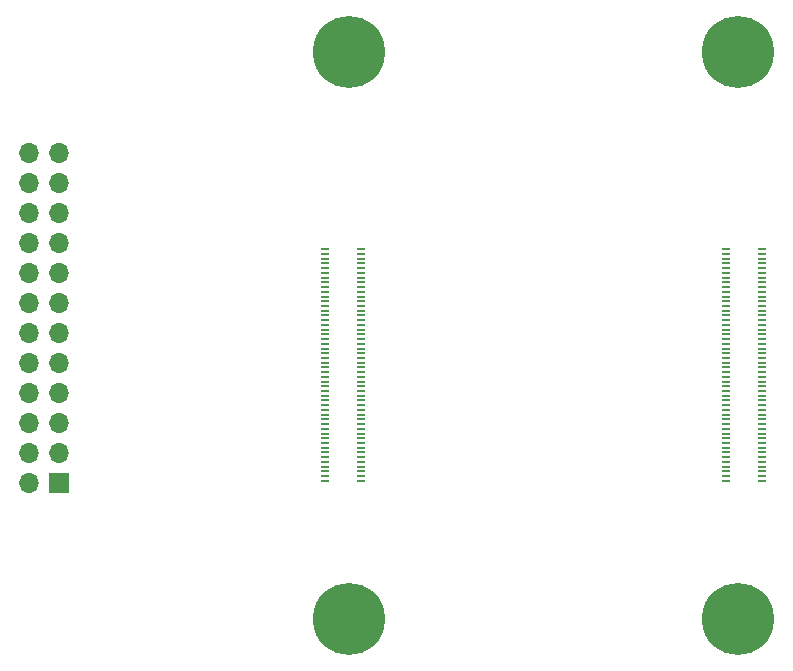
<source format=gbr>
%TF.GenerationSoftware,KiCad,Pcbnew,(6.0.0-0)*%
%TF.CreationDate,2022-03-30T15:47:29-05:00*%
%TF.ProjectId,spacebot-CM4-breakout,73706163-6562-46f7-942d-434d342d6272,rev?*%
%TF.SameCoordinates,Original*%
%TF.FileFunction,Soldermask,Top*%
%TF.FilePolarity,Negative*%
%FSLAX46Y46*%
G04 Gerber Fmt 4.6, Leading zero omitted, Abs format (unit mm)*
G04 Created by KiCad (PCBNEW (6.0.0-0)) date 2022-03-30 15:47:29*
%MOMM*%
%LPD*%
G01*
G04 APERTURE LIST*
%ADD10R,1.700000X1.700000*%
%ADD11O,1.700000X1.700000*%
%ADD12R,0.700000X0.200000*%
%ADD13C,6.100000*%
G04 APERTURE END LIST*
D10*
%TO.C,J1*%
X110075000Y-111375000D03*
D11*
X107535000Y-111375000D03*
X110075000Y-108835000D03*
X107535000Y-108835000D03*
X110075000Y-106295000D03*
X107535000Y-106295000D03*
X110075000Y-103755000D03*
X107535000Y-103755000D03*
X110075000Y-101215000D03*
X107535000Y-101215000D03*
X110075000Y-98675000D03*
X107535000Y-98675000D03*
X110075000Y-96135000D03*
X107535000Y-96135000D03*
X110075000Y-93595000D03*
X107535000Y-93595000D03*
X110075000Y-91055000D03*
X107535000Y-91055000D03*
X110075000Y-88515000D03*
X107535000Y-88515000D03*
X110075000Y-85975000D03*
X107535000Y-85975000D03*
X110075000Y-83435000D03*
X107535000Y-83435000D03*
%TD*%
D12*
%TO.C,U1*%
X169600000Y-111225000D03*
X166520000Y-111225000D03*
X169600000Y-110825000D03*
X166520000Y-110825000D03*
X169600000Y-110425000D03*
X166520000Y-110425000D03*
X169600000Y-110025000D03*
X166520000Y-110025000D03*
X169600000Y-109625000D03*
X166520000Y-109625000D03*
X169600000Y-109225000D03*
X166520000Y-109225000D03*
X169600000Y-108825000D03*
X166520000Y-108825000D03*
X169600000Y-108425000D03*
X166520000Y-108425000D03*
X169600000Y-108025000D03*
X166520000Y-108025000D03*
X169600000Y-107625000D03*
X166520000Y-107625000D03*
X169600000Y-107225000D03*
X166520000Y-107225000D03*
X169600000Y-106825000D03*
X166520000Y-106825000D03*
X169600000Y-106425000D03*
X166520000Y-106425000D03*
X169600000Y-106025000D03*
X166520000Y-106025000D03*
X169600000Y-105625000D03*
X166520000Y-105625000D03*
X169600000Y-105225000D03*
X166520000Y-105225000D03*
X169600000Y-104825000D03*
X166520000Y-104825000D03*
X169600000Y-104425000D03*
X166520000Y-104425000D03*
X169600000Y-104025000D03*
X166520000Y-104025000D03*
X169600000Y-103625000D03*
X166520000Y-103625000D03*
X169600000Y-103225000D03*
X166520000Y-103225000D03*
X169600000Y-102825000D03*
X166520000Y-102825000D03*
X169600000Y-102425000D03*
X166520000Y-102425000D03*
X169600000Y-102025000D03*
X166520000Y-102025000D03*
X169600000Y-101625000D03*
X166520000Y-101625000D03*
X169600000Y-101225000D03*
X166520000Y-101225000D03*
X169600000Y-100825000D03*
X166520000Y-100825000D03*
X169600000Y-100425000D03*
X166520000Y-100425000D03*
X169600000Y-100025000D03*
X166520000Y-100025000D03*
X169600000Y-99625000D03*
X166520000Y-99625000D03*
X169600000Y-99225000D03*
X166520000Y-99225000D03*
X169600000Y-98825000D03*
X166520000Y-98825000D03*
X169600000Y-98425000D03*
X166520000Y-98425000D03*
X169600000Y-98025000D03*
X166520000Y-98025000D03*
X169600000Y-97625000D03*
X166520000Y-97625000D03*
X169600000Y-97225000D03*
X166520000Y-97225000D03*
X169600000Y-96825000D03*
X166520000Y-96825000D03*
X169600000Y-96425000D03*
X166520000Y-96425000D03*
X169600000Y-96025000D03*
X166520000Y-96025000D03*
X169600000Y-95625000D03*
X166520000Y-95625000D03*
X169600000Y-95225000D03*
X166520000Y-95225000D03*
X169600000Y-94825000D03*
X166520000Y-94825000D03*
X169600000Y-94425000D03*
X166520000Y-94425000D03*
X169600000Y-94025000D03*
X166520000Y-94025000D03*
X169600000Y-93625000D03*
X166520000Y-93625000D03*
X169600000Y-93225000D03*
X166520000Y-93225000D03*
X169600000Y-92825000D03*
X166520000Y-92825000D03*
X169600000Y-92425000D03*
X166520000Y-92425000D03*
X169600000Y-92025000D03*
X166520000Y-92025000D03*
X169600000Y-91625000D03*
X166520000Y-91625000D03*
X135680000Y-111225000D03*
X132600000Y-111225000D03*
X135680000Y-110825000D03*
X132600000Y-110825000D03*
X135680000Y-110425000D03*
X132600000Y-110425000D03*
X135680000Y-110025000D03*
X132600000Y-110025000D03*
X135680000Y-109625000D03*
X132600000Y-109625000D03*
X135680000Y-109225000D03*
X132600000Y-109225000D03*
X135680000Y-108825000D03*
X132600000Y-108825000D03*
X135680000Y-108425000D03*
X132600000Y-108425000D03*
X135680000Y-108025000D03*
X132600000Y-108025000D03*
X135680000Y-107625000D03*
X132600000Y-107625000D03*
X135680000Y-107225000D03*
X132600000Y-107225000D03*
X135680000Y-106825000D03*
X132600000Y-106825000D03*
X135680000Y-106425000D03*
X132600000Y-106425000D03*
X135680000Y-106025000D03*
X132600000Y-106025000D03*
X135680000Y-105625000D03*
X132600000Y-105625000D03*
X135680000Y-105225000D03*
X132600000Y-105225000D03*
X135680000Y-104825000D03*
X132600000Y-104825000D03*
X135680000Y-104425000D03*
X132600000Y-104425000D03*
X135680000Y-104025000D03*
X132600000Y-104025000D03*
X135680000Y-103625000D03*
X132600000Y-103625000D03*
X135680000Y-103225000D03*
X132600000Y-103225000D03*
X135680000Y-102825000D03*
X132600000Y-102825000D03*
X135680000Y-102425000D03*
X132600000Y-102425000D03*
X135680000Y-102025000D03*
X132600000Y-102025000D03*
X135680000Y-101625000D03*
X132600000Y-101625000D03*
X135680000Y-101225000D03*
X132600000Y-101225000D03*
X135680000Y-100825000D03*
X132600000Y-100825000D03*
X135680000Y-100425000D03*
X132600000Y-100425000D03*
X135680000Y-100025000D03*
X132600000Y-100025000D03*
X135680000Y-99625000D03*
X132600000Y-99625000D03*
X135680000Y-99225000D03*
X132600000Y-99225000D03*
X135680000Y-98825000D03*
X132600000Y-98825000D03*
X135680000Y-98425000D03*
X132600000Y-98425000D03*
X135680000Y-98025000D03*
X132600000Y-98025000D03*
X135680000Y-97625000D03*
X132600000Y-97625000D03*
X135680000Y-97225000D03*
X132600000Y-97225000D03*
X135680000Y-96825000D03*
X132600000Y-96825000D03*
X135680000Y-96425000D03*
X132600000Y-96425000D03*
X135680000Y-96025000D03*
X132600000Y-96025000D03*
X135680000Y-95625000D03*
X132600000Y-95625000D03*
X135680000Y-95225000D03*
X132600000Y-95225000D03*
X135680000Y-94825000D03*
X132600000Y-94825000D03*
X135680000Y-94425000D03*
X132600000Y-94425000D03*
X135680000Y-94025000D03*
X132600000Y-94025000D03*
X135680000Y-93625000D03*
X132600000Y-93625000D03*
X135680000Y-93225000D03*
X132600000Y-93225000D03*
X135680000Y-92825000D03*
X132600000Y-92825000D03*
X135680000Y-92425000D03*
X132600000Y-92425000D03*
X135680000Y-92025000D03*
X132600000Y-92025000D03*
X135680000Y-91625000D03*
X132600000Y-91625000D03*
D13*
X167600000Y-74925000D03*
X134600000Y-122925000D03*
X167600000Y-122925000D03*
X134600000Y-74925000D03*
%TD*%
M02*

</source>
